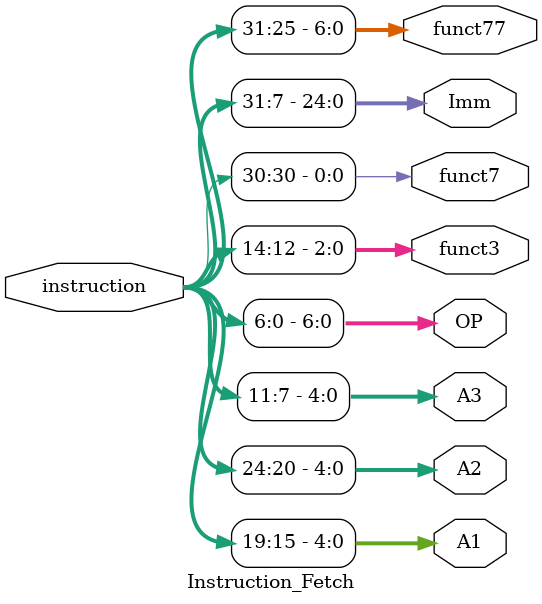
<source format=v>
`timescale 1ns/1ns
module Instruction_Fetch (
    input [31:0] instruction,
    output reg [4:0] A1,A2,A3,
    output reg [6:0] OP,
    output reg [2:0] funct3,
    output reg funct7,
    output reg [24:0] Imm,
    output reg [6:0] funct77
);
    always @(*) begin
        A1 <= instruction[19:15];
        A2 <= instruction[24:20];
        A3 <= instruction[11:7];
        OP <= instruction[6:0];
        funct3 <= instruction[14:12];
        funct7 <= instruction[30];
        Imm <= instruction[31:7];
        funct77 <= instruction[31:25];
    end
endmodule
</source>
